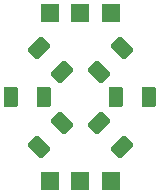
<source format=gts>
%TF.GenerationSoftware,KiCad,Pcbnew,(6.0.0-rc1-124-g18b4ebcc17)*%
%TF.CreationDate,2022-01-01T14:30:36+10:30*%
%TF.ProjectId,ring_pcb,72696e67-5f70-4636-922e-6b696361645f,rev?*%
%TF.SameCoordinates,Original*%
%TF.FileFunction,Soldermask,Top*%
%TF.FilePolarity,Negative*%
%FSLAX46Y46*%
G04 Gerber Fmt 4.6, Leading zero omitted, Abs format (unit mm)*
G04 Created by KiCad (PCBNEW (6.0.0-rc1-124-g18b4ebcc17)) date 2022-01-01 14:30:36*
%MOMM*%
%LPD*%
G01*
G04 APERTURE LIST*
G04 Aperture macros list*
%AMRoundRect*
0 Rectangle with rounded corners*
0 $1 Rounding radius*
0 $2 $3 $4 $5 $6 $7 $8 $9 X,Y pos of 4 corners*
0 Add a 4 corners polygon primitive as box body*
4,1,4,$2,$3,$4,$5,$6,$7,$8,$9,$2,$3,0*
0 Add four circle primitives for the rounded corners*
1,1,$1+$1,$2,$3*
1,1,$1+$1,$4,$5*
1,1,$1+$1,$6,$7*
1,1,$1+$1,$8,$9*
0 Add four rect primitives between the rounded corners*
20,1,$1+$1,$2,$3,$4,$5,0*
20,1,$1+$1,$4,$5,$6,$7,0*
20,1,$1+$1,$6,$7,$8,$9,0*
20,1,$1+$1,$8,$9,$2,$3,0*%
G04 Aperture macros list end*
%ADD10R,1.500000X1.500000*%
%ADD11RoundRect,0.250000X0.176777X-0.707107X0.707107X-0.176777X-0.176777X0.707107X-0.707107X0.176777X0*%
%ADD12RoundRect,0.250000X-0.707107X-0.176777X-0.176777X-0.707107X0.707107X0.176777X0.176777X0.707107X0*%
%ADD13RoundRect,0.250000X-0.176777X0.707107X-0.707107X0.176777X0.176777X-0.707107X0.707107X-0.176777X0*%
%ADD14RoundRect,0.250000X0.707107X0.176777X0.176777X0.707107X-0.707107X-0.176777X-0.176777X-0.707107X0*%
%ADD15RoundRect,0.250000X-0.375000X-0.625000X0.375000X-0.625000X0.375000X0.625000X-0.375000X0.625000X0*%
%ADD16RoundRect,0.250000X0.375000X0.625000X-0.375000X0.625000X-0.375000X-0.625000X0.375000X-0.625000X0*%
G04 APERTURE END LIST*
D10*
%TO.C,TP8*%
X137160000Y-106172000D03*
%TD*%
%TO.C,TP11*%
X134569200Y-106172000D03*
%TD*%
D11*
%TO.C,D1*%
X138710051Y-96874949D03*
X140689949Y-94895051D03*
%TD*%
D12*
%TO.C,D2*%
X138710051Y-101245051D03*
X140689949Y-103224949D03*
%TD*%
D10*
%TO.C,TP10*%
X139750800Y-91948000D03*
%TD*%
%TO.C,TP9*%
X139750800Y-106172000D03*
%TD*%
D13*
%TO.C,D3*%
X135609949Y-101245051D03*
X133630051Y-103224949D03*
%TD*%
D14*
%TO.C,D6*%
X135609949Y-96874949D03*
X133630051Y-94895051D03*
%TD*%
D10*
%TO.C,TP12*%
X134569200Y-91948000D03*
%TD*%
%TO.C,TP7*%
X137160000Y-91948000D03*
%TD*%
D15*
%TO.C,D4*%
X140205000Y-99060000D03*
X143005000Y-99060000D03*
%TD*%
D16*
%TO.C,D5*%
X134115000Y-99060000D03*
X131315000Y-99060000D03*
%TD*%
M02*

</source>
